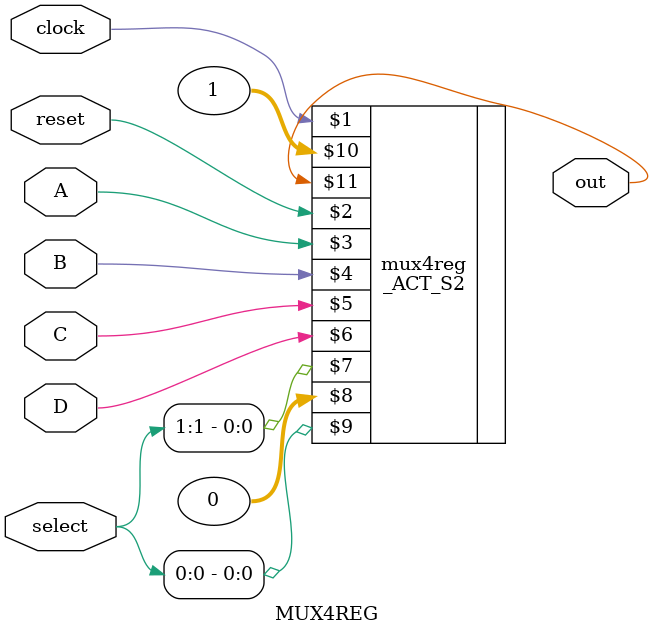
<source format=v>
module MUX4REG #(parameter bits = 1) (
    input clock, reset,
    input [bits - 1 : 0] A, B, C, D,
    input [1:0] select,

    output [bits - 1 : 0] out
);
    // S1S0
    //  00 -> A
    //  01 -> B
    //  10 -> C
    //  11 -> D
    
    _ACT_S2 #(bits) mux4reg(clock, reset, A, B, C, D, select[1], 0, select[0], 1, out);

endmodule
</source>
